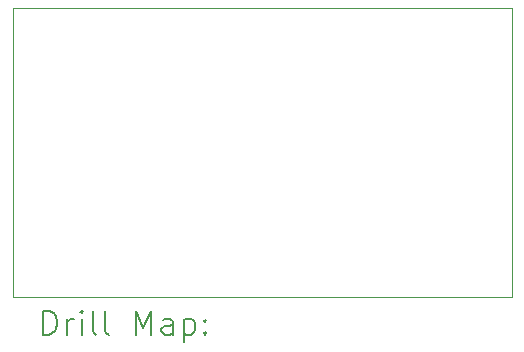
<source format=gbr>
%TF.GenerationSoftware,KiCad,Pcbnew,8.0.3*%
%TF.CreationDate,2024-12-15T00:23:22+01:00*%
%TF.ProjectId,mq7adapter,6d713761-6461-4707-9465-722e6b696361,rev?*%
%TF.SameCoordinates,Original*%
%TF.FileFunction,Drillmap*%
%TF.FilePolarity,Positive*%
%FSLAX45Y45*%
G04 Gerber Fmt 4.5, Leading zero omitted, Abs format (unit mm)*
G04 Created by KiCad (PCBNEW 8.0.3) date 2024-12-15 00:23:22*
%MOMM*%
%LPD*%
G01*
G04 APERTURE LIST*
%ADD10C,0.050000*%
%ADD11C,0.200000*%
G04 APERTURE END LIST*
D10*
X9500000Y-5500000D02*
X13725000Y-5500000D01*
X13725000Y-7950000D01*
X9500000Y-7950000D01*
X9500000Y-5500000D01*
D11*
X9758277Y-8263984D02*
X9758277Y-8063984D01*
X9758277Y-8063984D02*
X9805896Y-8063984D01*
X9805896Y-8063984D02*
X9834467Y-8073508D01*
X9834467Y-8073508D02*
X9853515Y-8092555D01*
X9853515Y-8092555D02*
X9863039Y-8111603D01*
X9863039Y-8111603D02*
X9872563Y-8149698D01*
X9872563Y-8149698D02*
X9872563Y-8178269D01*
X9872563Y-8178269D02*
X9863039Y-8216365D01*
X9863039Y-8216365D02*
X9853515Y-8235412D01*
X9853515Y-8235412D02*
X9834467Y-8254460D01*
X9834467Y-8254460D02*
X9805896Y-8263984D01*
X9805896Y-8263984D02*
X9758277Y-8263984D01*
X9958277Y-8263984D02*
X9958277Y-8130650D01*
X9958277Y-8168746D02*
X9967801Y-8149698D01*
X9967801Y-8149698D02*
X9977324Y-8140174D01*
X9977324Y-8140174D02*
X9996372Y-8130650D01*
X9996372Y-8130650D02*
X10015420Y-8130650D01*
X10082086Y-8263984D02*
X10082086Y-8130650D01*
X10082086Y-8063984D02*
X10072563Y-8073508D01*
X10072563Y-8073508D02*
X10082086Y-8083031D01*
X10082086Y-8083031D02*
X10091610Y-8073508D01*
X10091610Y-8073508D02*
X10082086Y-8063984D01*
X10082086Y-8063984D02*
X10082086Y-8083031D01*
X10205896Y-8263984D02*
X10186848Y-8254460D01*
X10186848Y-8254460D02*
X10177324Y-8235412D01*
X10177324Y-8235412D02*
X10177324Y-8063984D01*
X10310658Y-8263984D02*
X10291610Y-8254460D01*
X10291610Y-8254460D02*
X10282086Y-8235412D01*
X10282086Y-8235412D02*
X10282086Y-8063984D01*
X10539229Y-8263984D02*
X10539229Y-8063984D01*
X10539229Y-8063984D02*
X10605896Y-8206841D01*
X10605896Y-8206841D02*
X10672563Y-8063984D01*
X10672563Y-8063984D02*
X10672563Y-8263984D01*
X10853515Y-8263984D02*
X10853515Y-8159222D01*
X10853515Y-8159222D02*
X10843991Y-8140174D01*
X10843991Y-8140174D02*
X10824944Y-8130650D01*
X10824944Y-8130650D02*
X10786848Y-8130650D01*
X10786848Y-8130650D02*
X10767801Y-8140174D01*
X10853515Y-8254460D02*
X10834467Y-8263984D01*
X10834467Y-8263984D02*
X10786848Y-8263984D01*
X10786848Y-8263984D02*
X10767801Y-8254460D01*
X10767801Y-8254460D02*
X10758277Y-8235412D01*
X10758277Y-8235412D02*
X10758277Y-8216365D01*
X10758277Y-8216365D02*
X10767801Y-8197317D01*
X10767801Y-8197317D02*
X10786848Y-8187793D01*
X10786848Y-8187793D02*
X10834467Y-8187793D01*
X10834467Y-8187793D02*
X10853515Y-8178269D01*
X10948753Y-8130650D02*
X10948753Y-8330650D01*
X10948753Y-8140174D02*
X10967801Y-8130650D01*
X10967801Y-8130650D02*
X11005896Y-8130650D01*
X11005896Y-8130650D02*
X11024944Y-8140174D01*
X11024944Y-8140174D02*
X11034467Y-8149698D01*
X11034467Y-8149698D02*
X11043991Y-8168746D01*
X11043991Y-8168746D02*
X11043991Y-8225888D01*
X11043991Y-8225888D02*
X11034467Y-8244936D01*
X11034467Y-8244936D02*
X11024944Y-8254460D01*
X11024944Y-8254460D02*
X11005896Y-8263984D01*
X11005896Y-8263984D02*
X10967801Y-8263984D01*
X10967801Y-8263984D02*
X10948753Y-8254460D01*
X11129705Y-8244936D02*
X11139229Y-8254460D01*
X11139229Y-8254460D02*
X11129705Y-8263984D01*
X11129705Y-8263984D02*
X11120182Y-8254460D01*
X11120182Y-8254460D02*
X11129705Y-8244936D01*
X11129705Y-8244936D02*
X11129705Y-8263984D01*
X11129705Y-8140174D02*
X11139229Y-8149698D01*
X11139229Y-8149698D02*
X11129705Y-8159222D01*
X11129705Y-8159222D02*
X11120182Y-8149698D01*
X11120182Y-8149698D02*
X11129705Y-8140174D01*
X11129705Y-8140174D02*
X11129705Y-8159222D01*
M02*

</source>
